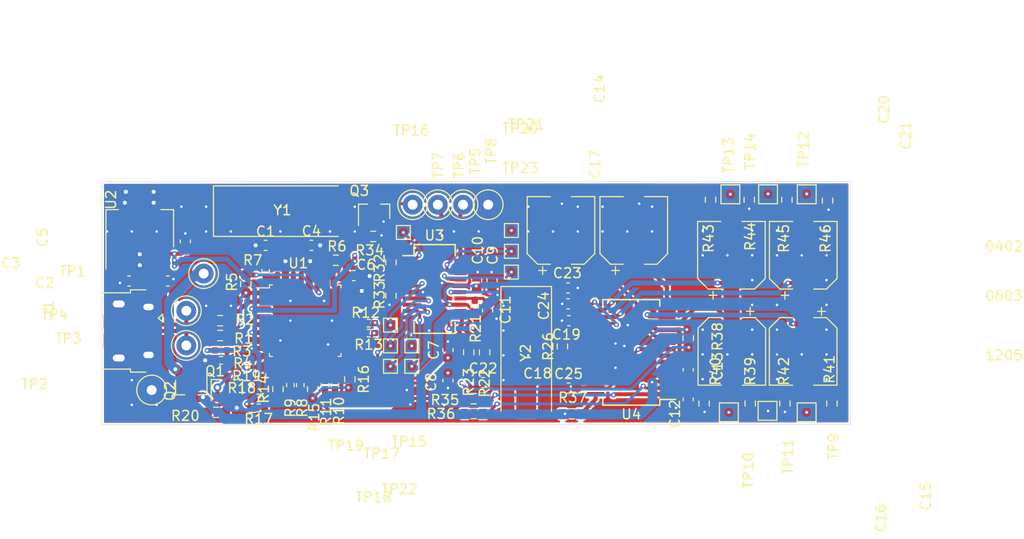
<source format=kicad_pcb>
(kicad_pcb (version 20211014) (generator pcbnew)
  (layers (0 "F.Cu" signal) (31 "B.Cu" signal) (34 "B.Paste" user) (35 "F.Paste" user) (36 "B.SilkS" user "B.Silkscreen") (37 "F.SilkS" user "F.Silkscreen") (38 "B.Mask" user) (39 "F.Mask" user) (44 "Edge.Cuts" user))
  (net 0 "")
  (net 1 "GND")
  (net 2 "Net-(C1-Pad1)")
  (net 3 "+5P")
  (net 4 "Net-(C4-Pad1)")
  (net 5 "+3V3")
  (net 6 "DP2")
  (net 7 "DM2")
  (net 8 "+5V")
  (net 9 "+3.3VP")
  (net 10 "Net-(C11-Pad1)")
  (net 11 "Net-(C14-Pad1)")
  (net 12 "Net-(C15-Pad2)")
  (net 13 "Net-(C15-Pad1)")
  (net 14 "Net-(C16-Pad2)")
  (net 15 "Net-(C16-Pad1)")
  (net 16 "Net-(C17-Pad1)")
  (net 17 "Net-(C18-Pad2)")
  (net 18 "Net-(C19-Pad2)")
  (net 19 "Net-(C20-Pad2)")
  (net 20 "Net-(C20-Pad1)")
  (net 21 "Net-(C21-Pad2)")
  (net 22 "Net-(C21-Pad1)")
  (net 23 "Net-(C22-Pad2)")
  (net 24 "Net-(C24-Pad2)")
  (net 25 "Net-(R1-Pad1)")
  (net 26 "Net-(R2-Pad1)")
  (net 27 "Net-(R3-Pad1)")
  (net 28 "Net-(R5-Pad1)")
  (net 29 "Net-(R6-Pad2)")
  (net 30 "Net-(R7-Pad2)")
  (net 32 "Net-(R8-Pad2)")
  (net 33 "DP1")
  (net 34 "Net-(R9-Pad2)")
  (net 35 "DM1")
  (net 36 "Net-(R10-Pad2)")
  (net 37 "Net-(R11-Pad2)")
  (net 38 "DP3")
  (net 39 "Net-(R12-Pad1)")
  (net 40 "Net-(R13-Pad2)")
  (net 41 "DM3")
  (net 42 "Net-(R14-Pad2)")
  (net 43 "Net-(R14-Pad1)")
  (net 44 "Net-(R15-Pad2)")
  (net 45 "Net-(R16-Pad2)")
  (net 46 "Net-(Q1-Pad1)")
  (net 47 "Net-(R22-Pad1)")
  (net 48 "Net-(R23-Pad1)")
  (net 50 "Net-(R32-Pad2)")
  (net 51 "/FTDI/RXD")
  (net 52 "/FTDI/RTS")
  (net 53 "Net-(R35-Pad1)")
  (net 54 "Net-(R36-Pad1)")
  (net 55 "Net-(R37-Pad1)")
  (net 56 "/soundcard2/VDD_I")
  (net 57 "/FTDI/TXD")
  (net 58 "/FTDI/PTT")
  (net 66 "Net-(J1-Pad3)")
  (net 67 "Net-(J1-Pad2)")
  (net 68 "Net-(Q1-Pad3)")
  (net 69 "/FTDI/CTS")
  (net 70 "/FTDI/DTR")
  (net 71 "/FTDI/DSR")
  (net 72 "/FTDI/DCD")
  (net 73 "/FTDI/RI")
  (net 74 "/FTDI/CBUS0")
  (net 75 "/FTDI/CBUS1")
  (net 76 "/FTDI/CBUS2")
  (net 77 "/FTDI/CBUS3")
  (net 78 "/soundcard2/I_L")
  (net 79 "/soundcard2/I_R")
  (net 80 "/soundcard2/O_R")
  (net 81 "/soundcard2/O_L")
  (net 82 "Net-(C23-Pad2)")
  (net 83 "unconnected-(TP14-Pad1)")
  (footprint "Capacitor_SMD:C_0603_1608Metric" (layer "F.Cu") (at 28.625 80)
    (fp_text reference "C3")
    (fp_text value "C")
  )
  (footprint "Capacitor_SMD:C_0603_1608Metric" (layer "F.Cu") (at 47.4 79.45)
    (fp_text reference "C6")
    (fp_text value "C")
  )
  (footprint "Capacitor_SMD:C_0603_1608Metric" (layer "F.Cu") (at 56.9 86.975 90)
    (fp_text reference "C7")
    (fp_text value "47p")
  )
  (footprint "Capacitor_SMD:C_0603_1608Metric" (layer "F.Cu") (at 56.9 90.05 -90)
    (fp_text reference "C8")
    (fp_text value "47p")
  )
  (footprint "Capacitor_SMD:C_0603_1608Metric" (layer "F.Cu") (at 61.35 79.925 90)
    (fp_text reference "C9")
    (fp_text value "100n")
  )
  (footprint "Capacitor_SMD:C_0603_1608Metric" (layer "F.Cu") (at 59.8 79.925 90)
    (fp_text reference "C10")
    (fp_text value "100n")
  )
  (footprint "Capacitor_SMD:C_0603_1608Metric" (layer "F.Cu") (at 60.9 82.975 -90)
    (fp_text reference "C11")
    (fp_text value "100n")
  )
  (footprint "Capacitor_SMD:C_0603_1608Metric" (layer "F.Cu") (at 81.144286 91.95 -90)
    (fp_text reference "C12")
    (fp_text value "1u")
  )
  (footprint "Capacitor_SMD:C_0603_1608Metric" (layer "F.Cu") (at 81.144286 88.95 90)
    (fp_text reference "C13")
    (fp_text value "100n")
  )
  (footprint "Capacitor_SMD:CP_Elec_6.3x5.9" (layer "F.Cu") (at 68.3 74.894287 90)
    (fp_text reference "C14")
    (fp_text value "10u")
  )
  (footprint "Capacitor_SMD:CP_Elec_6.3x5.9" (layer "F.Cu") (at 85.544286 87.1 -90)
    (fp_text reference "C15")
    (fp_text value "10u")
  )
  (footprint "Capacitor_SMD:CP_Elec_6.3x5.9" (layer "F.Cu") (at 92.744286 87.1 -90)
    (fp_text reference "C16")
    (fp_text value "10u")
  )
  (footprint "Capacitor_SMD:CP_Elec_6.3x5.9" (layer "F.Cu") (at 75.65 74.894287 90)
    (fp_text reference "C17")
    (fp_text value "10u")
  )
  (footprint "Capacitor_SMD:C_0603_1608Metric" (layer "F.Cu") (at 69.075 89.25)
    (fp_text reference "C18")
    (fp_text value "C")
  )
  (footprint "Capacitor_SMD:C_0603_1608Metric" (layer "F.Cu") (at 69.1 84)
    (fp_text reference "C19")
    (fp_text value "C")
  )
  (footprint "Capacitor_SMD:CP_Elec_6.3x5.9" (layer "F.Cu") (at 92.75 77.4 90)
    (fp_text reference "C20")
    (fp_text value "10u")
  )
  (footprint "Capacitor_SMD:CP_Elec_6.3x5.9" (layer "F.Cu") (at 85.5 77.4 90)
    (fp_text reference "C21")
    (fp_text value "10u")
  )
  (footprint "Capacitor_SMD:C_0603_1608Metric" (layer "F.Cu") (at 60.45 90.25)
    (fp_text reference "C22")
    (fp_text value "C")
  )
  (footprint "Capacitor_SMD:C_0603_1608Metric" (layer "F.Cu") (at 69.025 80.7 180)
    (fp_text reference "C23")
    (fp_text value "C")
  )
  (footprint "Capacitor_SMD:C_0603_1608Metric" (layer "F.Cu") (at 69.025 82.3)
    (fp_text reference "C24")
    (fp_text value "C")
  )
  (footprint "Resistor_SMD:R_0603_1608Metric_Pad0.98x0.95mm_HandSolder" (layer "F.Cu") (at 33.9125 85.5 180)
    (fp_text reference "R1")
    (fp_text value "22E")
  )
  (footprint "Resistor_SMD:R_0603_1608Metric_Pad0.98x0.95mm_HandSolder" (layer "F.Cu") (at 33.9125 84 180)
    (fp_text reference "R2")
    (fp_text value "22E")
  )
  (footprint "Resistor_SMD:R_0402_1005Metric_Pad0.72x0.64mm_HandSolder" (layer "F.Cu") (at 34 87 180)
    (fp_text reference "R3")
    (fp_text value "0E")
  )
  (footprint "Resistor_SMD:R_0402_1005Metric_Pad0.72x0.64mm_HandSolder" (layer "F.Cu") (at 34 88 180)
    (fp_text reference "R4")
    (fp_text value "np")
  )
  (footprint "Resistor_SMD:R_0603_1608Metric_Pad0.98x0.95mm_HandSolder" (layer "F.Cu") (at 36.5 80.3 -90)
    (fp_text reference "R5")
    (fp_text value "1k5")
  )
  (footprint "Resistor_SMD:R_0603_1608Metric_Pad0.98x0.95mm_HandSolder" (layer "F.Cu") (at 45.5875 77.9 180)
    (fp_text reference "R6")
    (fp_text value "22E")
  )
  (footprint "Resistor_SMD:R_0402_1005Metric_Pad0.72x0.64mm_HandSolder" (layer "F.Cu") (at 38.5 79 -90)
    (fp_text reference "R7")
    (fp_text value "0E")
  )
  (footprint "Resistor_SMD:R_0402_1005Metric_Pad0.72x0.64mm_HandSolder" (layer "F.Cu") (at 42 90.5 90)
    (fp_text reference "R8")
    (fp_text value "0E")
  )
  (footprint "Resistor_SMD:R_0402_1005Metric_Pad0.72x0.64mm_HandSolder" (layer "F.Cu") (at 41 90.5 90)
    (fp_text reference "R9")
    (fp_text value "0E")
  )
  (footprint "Resistor_SMD:R_0402_1005Metric_Pad0.72x0.64mm_HandSolder" (layer "F.Cu") (at 45.5 90.5 90)
    (fp_text reference "R10")
    (fp_text value "0E")
  )
  (footprint "Resistor_SMD:R_0402_1005Metric_Pad0.72x0.64mm_HandSolder" (layer "F.Cu") (at 44.5 90.5 90)
    (fp_text reference "R11")
    (fp_text value "0E")
  )
  (footprint "Resistor_SMD:R_0402_1005Metric_Pad0.72x0.64mm_HandSolder" (layer "F.Cu") (at 48.9025 84.25)
    (fp_text reference "R12")
    (fp_text value "0E")
  )
  (footprint "Resistor_SMD:R_0402_1005Metric_Pad0.72x0.64mm_HandSolder" (layer "F.Cu") (at 48.9025 85.25 180)
    (fp_text reference "R13")
    (fp_text value "0E")
  )
  (footprint "Resistor_SMD:R_0603_1608Metric_Pad0.98x0.95mm_HandSolder" (layer "F.Cu") (at 39.75 90.9125 90)
    (fp_text reference "R14")
    (fp_text value "0E")
  )
  (footprint "Resistor_SMD:R_0603_1608Metric_Pad0.98x0.95mm_HandSolder" (layer "F.Cu") (at 43.25 90.9125 90)
    (fp_text reference "R15")
    (fp_text value "0E")
  )
  (footprint "Resistor_SMD:R_0603_1608Metric_Pad0.98x0.95mm_HandSolder" (layer "F.Cu") (at 47 89.9125 90)
    (fp_text reference "R16")
    (fp_text value "0E")
  )
  (footprint "Resistor_SMD:R_0402_1005Metric_Pad0.72x0.64mm_HandSolder" (layer "F.Cu") (at 37.8025 92.8)
    (fp_text reference "R17")
    (fp_text value "0E")
  )
  (footprint "Resistor_SMD:R_0402_1005Metric_Pad0.72x0.64mm_HandSolder" (layer "F.Cu") (at 37.8025 91.8)
    (fp_text reference "R18")
    (fp_text value "n.p.")
  )
  (footprint "Resistor_SMD:R_0603_1608Metric_Pad0.98x0.95mm_HandSolder" (layer "F.Cu") (at 38 89.5875 90)
    (fp_text reference "R19")
    (fp_text value "R")
  )
  (footprint "Resistor_SMD:R_0603_1608Metric_Pad0.98x0.95mm_HandSolder" (layer "F.Cu") (at 33.5 93.25 180)
    (fp_text reference "R20")
    (fp_text value "R")
  )
  (footprint "Resistor_SMD:R_0402_1005Metric_Pad0.72x0.64mm_HandSolder" (layer "F.Cu") (at 59.6 82.55 -90)
    (fp_text reference "R21")
    (fp_text value "0E")
  )
  (footprint "Resistor_SMD:R_0603_1608Metric_Pad0.98x0.95mm_HandSolder" (layer "F.Cu") (at 60.6 87.1875 -90)
    (fp_text reference "R22")
    (fp_text value "22E")
  )
  (footprint "Resistor_SMD:R_0603_1608Metric_Pad0.98x0.95mm_HandSolder" (layer "F.Cu") (at 59 87.1875 -90)
    (fp_text reference "R23")
    (fp_text value "22E")
  )
  (footprint "Resistor_SMD:R_0603_1608Metric_Pad0.98x0.95mm_HandSolder" (layer "F.Cu") (at 51.15 78.1125 -90)
    (fp_text reference "R32")
    (fp_text value "5.6k")
  )
  (footprint "Resistor_SMD:R_0603_1608Metric_Pad0.98x0.95mm_HandSolder" (layer "F.Cu") (at 51.15 81.4875 -90)
    (fp_text reference "R33")
    (fp_text value "10k")
  )
  (footprint "Resistor_SMD:R_0603_1608Metric_Pad0.98x0.95mm_HandSolder" (layer "F.Cu") (at 49.3625 75.5)
    (fp_text reference "R34")
    (fp_text value "100k")
  )
  (footprint "Resistor_SMD:R_0603_1608Metric_Pad0.98x0.95mm_HandSolder" (layer "F.Cu") (at 59.5 91.875 180)
    (fp_text reference "R35")
    (fp_text value "22E")
  )
  (footprint "Resistor_SMD:R_0603_1608Metric_Pad0.98x0.95mm_HandSolder" (layer "F.Cu") (at 59.5 93.375 180)
    (fp_text reference "R36")
    (fp_text value "22E")
  )
  (footprint "Resistor_SMD:R_0603_1608Metric_Pad0.98x0.95mm_HandSolder" (layer "F.Cu") (at 69.3875 93.4 180)
    (fp_text reference "R37")
    (fp_text value "1k5")
  )
  (footprint "Resistor_SMD:R_0603_1608Metric_Pad0.98x0.95mm_HandSolder" (layer "F.Cu") (at 81.144286 85.7625 90)
    (fp_text reference "R38")
    (fp_text value "1k5")
  )
  (footprint "TestPoint:TestPoint_Loop_D1.80mm_Drill1.0mm_Beaded" (layer "F.Cu") (at 32.25 79.25)
    (fp_text reference "TP1")
    (fp_text value "TestPoint")
  )
  (footprint "TestPoint:TestPoint_Loop_D1.80mm_Drill1.0mm_Beaded" (layer "F.Cu") (at 27 91)
    (fp_text reference "TP2")
    (fp_text value "TestPoint")
  )
  (footprint "TestPoint:TestPoint_Loop_D1.80mm_Drill1.0mm_Beaded" (layer "F.Cu") (at 30.5 86.5)
    (fp_text reference "TP3")
    (fp_text value "TestPoint")
  )
  (footprint "TestPoint:TestPoint_Loop_D1.80mm_Drill1.0mm_Beaded" (layer "F.Cu") (at 30.5 83)
    (fp_text reference "TP4")
    (fp_text value "TestPoint")
  )
  (footprint "TestPoint:TestPoint_Loop_D1.80mm_Drill1.0mm_Beaded" (layer "F.Cu") (at 58.42 72.3 90)
    (fp_text reference "TP5")
    (fp_text value "TestPoint")
  )
  (footprint "TestPoint:TestPoint_Loop_D1.80mm_Drill1.0mm_Beaded" (layer "F.Cu") (at 55.88 72.3 90)
    (fp_text reference "TP6")
    (fp_text value "TestPoint")
  )
  (footprint "TestPoint:TestPoint_Loop_D1.80mm_Drill1.0mm_Beaded" (layer "F.Cu") (at 53.34 72.3 90)
    (fp_text reference "TP7")
    (fp_text value "TestPoint")
  )
  (footprint "TestPoint:TestPoint_Loop_D1.80mm_Drill1.0mm_Beaded" (layer "F.Cu") (at 60.96 72.3 90)
    (fp_text reference "TP8")
    (fp_text value "TestPoint")
  )
  (footprint "TestPoint:TestPoint_Pad_1.5x1.5mm" (layer "F.Cu") (at 93.094286 93.25 -90)
    (fp_text reference "TP9")
    (fp_text value "TestPoint")
  )
  (footprint "TestPoint:TestPoint_Pad_1.5x1.5mm" (layer "F.Cu") (at 85.244286 93.25 -90)
    (fp_text reference "TP10")
    (fp_text value "TestPoint")
  )
  (footprint "TestPoint:TestPoint_Pad_1.5x1.5mm" (layer "F.Cu") (at 89.15 93.1 -90)
    (fp_text reference "TP11")
    (fp_text value "TestPoint")
  )
  (footprint "TestPoint:TestPoint_Pad_1.5x1.5mm" (layer "F.Cu") (at 93.1 71.25 90)
    (fp_text reference "TP12")
    (fp_text value "TestPoint")
  )
  (footprint "TestPoint:TestPoint_Pad_1.5x1.5mm" (layer "F.Cu") (at 85.4 71.25 90)
    (fp_text reference "TP13")
    (fp_text value "TestPoint")
  )
  (footprint "TestPoint:TestPoint_Pad_1.5x1.5mm" (layer "F.Cu") (at 89.2 71.25 90)
    (fp_text reference "TP14")
    (fp_text value "TestPoint")
  )
  (footprint "Package_QFP:LQFP-32_7x7mm_P0.8mm" (layer "F.Cu") (at 42.5 84)
    (fp_text reference "U1")
    (fp_text value "TUSB2036")
  )
  (footprint "Package_TO_SOT_SMD:SOT-223-3_TabPin2" (layer "F.Cu") (at 25.8 74.7 90)
    (fp_text reference "U2")
    (fp_text value "LF33")
  )
  (footprint "Package_SO:SSOP-20_3.9x8.7mm_P0.635mm" (layer "F.Cu") (at 55.55 80.8)
    (fp_text reference "U3")
    (fp_text value "FT231XS")
  )
  (footprint "Package_SO:SSOP-28_5.3x10.2mm_P0.65mm" (layer "F.Cu") (at 75.4 87.2 180)
    (fp_text reference "U4")
    (fp_text value "PCM2906(C)")
  )
  (footprint "Crystal:Crystal_SMD_HC49-SD" (layer "F.Cu") (at 39.9375 72.95)
    (fp_text reference "Y1")
    (fp_text value "6MHz")
  )
  (footprint "Crystal:Crystal_SMD_HC49-SD" (layer "F.Cu") (at 64.8 87.25 -90)
    (fp_text reference "Y2")
    (fp_text value "12MHz")
  )
  (footprint "Resistor_SMD:R_0603_1608Metric_Pad0.98x0.95mm_HandSolder" (layer "F.Cu") (at 87.4 92.3625 -90)
    (fp_text reference "R39")
    (fp_text value "0E")
  )
  (footprint "Resistor_SMD:R_0603_1608Metric_Pad0.98x0.95mm_HandSolder" (layer "F.Cu") (at 82.744286 92.3625 90)
    (fp_text reference "R40")
    (fp_text value "np")
  )
  (footprint "Resistor_SMD:R_0603_1608Metric_Pad0.98x0.95mm_HandSolder" (layer "F.Cu") (at 95.644286 92.3625 -90)
    (fp_text reference "R41")
    (fp_text value "0E")
  )
  (footprint "Resistor_SMD:R_0603_1608Metric_Pad0.98x0.95mm_HandSolder" (layer "F.Cu") (at 90.9 92.3625 90)
    (fp_text reference "R42")
    (fp_text value "np")
  )
  (footprint "Resistor_SMD:R_0603_1608Metric_Pad0.98x0.95mm_HandSolder" (layer "F.Cu") (at 83.4 71.7875 -90)
    (fp_text reference "R43")
    (fp_text value "3k3")
  )
  (footprint "Resistor_SMD:R_0603_1608Metric_Pad0.98x0.95mm_HandSolder" (layer "F.Cu") (at 87.3 71.8 90)
    (fp_text reference "R44")
    (fp_text value "470E")
  )
  (footprint "Resistor_SMD:R_0603_1608Metric_Pad0.98x0.95mm_HandSolder" (layer "F.Cu") (at 91.1 71.805713 -90)
    (fp_text reference "R45")
    (fp_text value "3k3")
  )
  (footprint "Resistor_SMD:R_0603_1608Metric_Pad0.98x0.95mm_HandSolder" (layer "F.Cu") (at 95.2 71.8875 90)
    (fp_text reference "R46")
    (fp_text value "470E")
  )
  (footprint "Package_TO_SOT_SMD:SOT-23" (layer "F.Cu") (at 34.59 90.7 90)
    (fp_text reference "Q1")
    (fp_text value "Q_NMOS_GSD_BSS138")
  )
  (footprint "Package_TO_SOT_SMD:SOT-23" (layer "F.Cu") (at 31 90.72 -90)
    (fp_text reference "Q2")
    (fp_text value "Q_PMOS_GSD_PMV74EPE")
  )
  (footprint "Package_TO_SOT_SMD:SOT-23" (layer "F.Cu") (at 49.45 73 90)
    (fp_text reference "Q3")
    (fp_text value "Q_NMOS_GSD_BSS138")
  )
  (footprint "Connector_USB:USB_Micro-B_Amphenol_10103594-0001LF_Horizontal" (layer "F.Cu") (at 24.8 85.065 -90)
    (fp_text reference "J1")
    (fp_text value "USB_B_Micro")
  )
  (footprint "Capacitor_SMD:C_0603_1608Metric" (layer "F.Cu") (at 24.725 80 180)
    (fp_text reference "C2")
    (fp_text value "C")
  )
  (footprint "Capacitor_SMD:C_0603_1608Metric" (layer "F.Cu") (at 30.4 76 90)
    (fp_text reference "C5")
    (fp_text value "C")
  )
  (footprint "Capacitor_SMD:C_0603_1608Metric" (layer "F.Cu") (at 43.125 76.4)
    (fp_text reference "C4")
    (fp_text value "C")
  )
  (footprint "Capacitor_SMD:C_0603_1608Metric" (layer "F.Cu") (at 38.5 76.4 180)
    (fp_text reference "C1")
    (fp_text value "C")
  )
  (footprint "TestPoint:TestPoint_Pad_1.0x1.0mm" (layer "F.Cu") (at 51.1 86.55)
    (fp_text reference "TP17")
    (fp_text value "TestPoint")
  )
  (footprint "TestPoint:TestPoint_Pad_1.0x1.0mm" (layer "F.Cu") (at 63.3 77)
    (fp_text reference "TP20")
    (fp_text value "TestPoint")
  )
  (footprint "TestPoint:TestPoint_Pad_1.0x1.0mm" (layer "F.Cu") (at 53.25 88.6)
    (fp_text reference "TP15")
    (fp_text value "TestPoint")
  )
  (footprint "TestPoint:TestPoint_Pad_1.0x1.0mm" (layer "F.Cu") (at 63.3 74.9)
    (fp_text reference "TP23")
    (fp_text value "TestPoint")
  )
  (footprint "Resistor_SMD:R_0603_1608Metric_Pad0.98x0.95mm_HandSolder" (layer "F.Cu") (at 68.45 86.6 90)
    (fp_text reference "R26")
    (fp_text value "1M")
  )
  (footprint "TestPoint:TestPoint_Pad_1.0x1.0mm" (layer "F.Cu") (at 52.4 75.1)
    (fp_text reference "TP16")
    (fp_text value "TestPoint")
  )
  (footprint "TestPoint:TestPoint_Pad_1.0x1.0mm" (layer "F.Cu") (at 51.1 88.6)
    (fp_text reference "TP18")
    (fp_text value "TestPoint")
  )
  (footprint "Capacitor_SMD:C_0603_1608Metric" (layer "F.Cu") (at 69.075 90.8)
    (fp_text reference "C25")
    (fp_text value "C")
  )
  (footprint "TestPoint:TestPoint_Pad_1.0x1.0mm" (layer "F.Cu") (at 63.3 79.1)
    (fp_text reference "TP21")
    (fp_text value "TestPoint")
  )
  (footprint "TestPoint:TestPoint_Pad_1.0x1.0mm" (layer "F.Cu") (at 51.1 84.45)
    (fp_text reference "TP19")
    (fp_text value "TestPoint")
  )
  (footprint "TestPoint:TestPoint_Pad_1.0x1.0mm" (layer "F.Cu") (at 53.25 86.55)
    (fp_text reference "TP22")
    (fp_text value "TestPoint")
  )
  (gr_line (start 97.5 69.95) (end 22 70) (layer "Edge.Cuts") (width 0.05))
  (gr_line (start 22 70) (end 22 94.5) (layer "Edge.Cuts") (width 0.05))
  (gr_line (start 97.5 94.45) (end 97.5 69.95) (layer "Edge.Cuts") (width 0.05))
  (gr_line (start 22 94.5) (end 97.5 94.45) (layer "Edge.Cuts") (width 0.05))
  (gr_text "0603" (at 113 81.5) (layer "F.SilkS") (effects (font (size 1 1))))
  (gr_text "1205" (at 113 87.5) (layer "F.SilkS") (effects (font (size 1 1))))
  (gr_text "0402" (at 113 76.5) (layer "F.SilkS") (effects (font (size 1 1))))
  (segment (start 42.9 79.825) (end 42.9 78.1) (width 0.2) (layer "F.Cu") (net 1))
  (segment (start 38.325 86) (end 40 86) (width 0.4) (layer "F.Cu") (net 1))
  (segment (start 71.625 87.5) (end 72.925 87.5) (width 0.3) (layer "F.Cu") (net 1))
  (segment (start 40.5 79.825) (end 40.5 81.3) (width 0.3) (layer "F.Cu") (net 1))
  (segment (start 56.845 80.4825) (end 58.15 80.4825) (width 0.3) (layer "F.Cu") (net 1))
  (segment (start 71.625 84.96) (end 72.785 84.96) (width 0.3) (layer "F.Cu") (net 1))
  (segment (start 73.15 89.4) (end 73.8 88.75) (width 0.4) (layer "F.Cu") (net 1))
  (segment (start 32.4 88) (end 33.4025 88) (width 0.4) (layer "F.Cu") (net 1))
  (segment (start 56.3 80.2) (end 56.845 80.4825) (width 0.3) (layer "F.Cu") (net 1))
  (segment (start 73.15 89.515) (end 73.15 89.4) (width 0.4) (layer "F.Cu") (net 1))
  (segment (start 40.5 79.825) (end 40.5 77.9) (width 0.3) (layer "F.Cu") (net 1))
  (segment (start 52.95 81.1175) (end 54.38 81.1175) (width 0.3) (layer "F.Cu") (net 1))
  (segment (start 42.9 79.825) (end 42.9 81.4) (width 0.2) (layer "F.Cu") (net 1))
  (segment (start 42.9 78.1) (end 43 78) (width 0.2) (layer "F.Cu") (net 1))
  (via (at 37.5 76.4) (size 0.8) (drill 0.4) (layers "F.Cu" "B.Cu") (net 1))
  (via (at 44 76.4) (size 0.8) (drill 0.4) (layers "F.Cu" "B.Cu") (net 1))
  (via (at 49 79.5) (size 0.8) (drill 0.4) (layers "F.Cu" "B.Cu") (net 1))
  (via (at 48.2 81) (size 0.8) (drill 0.4) (layers "F.Cu" "B.Cu") (net 1))
  (via (at 43 78) (size 0.8) (drill 0.4) (layers "F.Cu" "B.Cu") (net 1))
  (via (at 37 90.5) (size 0.8) (drill 0.4) (layers "F.Cu" "B.Cu") (net 1))
  (via (at 35.6 92.8) (size 0.8) (drill 0.4) (layers "F.Cu" "B.Cu") (net 1))
  (via (at 32.4 88) (size 0.8) (drill 0.4) (layers "F.Cu" "B.Cu") (net 1))
  (via (at 57.5 75) (size 0.5) (drill 0.25) (layers "F.Cu" "B.Cu") (net 1))
  (via (at 41 82) (size 0.5) (drill 0.25) (layers "F.Cu" "B.Cu") (net 1))
  (via (at 62.5 90) (size 0.5) (drill 0.25) (layers "F.Cu" "B.Cu") (net 1))
  (via (at 73.8 86.3) (size 0.5) (drill 0.25) (layers "F.Cu" "B.Cu") (net 1))
  (via (at 25 92.5) (size 0.5) (drill 0.25) (layers "F.Cu" "B.Cu") (net 1))
  (via (at 51 82.4) (size 0.5) (drill 0.25) (layers "F.Cu" "B.Cu") (net 1))
  (via (at 70 80.7) (size 0.5) (drill 0.25) (layers "F.Cu" "B.Cu") (net 1))
  (via (at 87.6 74.905713) (size 0.5) (drill 0.25) (layers "F.Cu" "B.Cu") (net 1))
  (via (at 52.75 91) (size 0.5) (drill 0.25) (layers "F.Cu" "B.Cu") (net 1))
  (via (at 47.5 75) (size 0.5) (drill 0.25) (layers "F.Cu" "B.Cu") (net 1))
  (via (at 56.9 86.1) (size 0.5) (drill 0.25) (layers "F.Cu" "B.Cu") (net 1))
  (via (at 90.9 93.205713) (size 0.5) (drill 0.25) (layers "F.Cu" "B.Cu") (net 1))
  (via (at 30 72.5) (size 0.5) (drill 0.25) (layers "F.Cu" "B.Cu") (net 1))
  (via (at 50.2 75.4) (size 0.5) (drill 0.25) (layers "F.Cu" "B.Cu") (net 1))
  (via (at 90.1 77.405713) (size 0.5) (drill 0.25) (layers "F.Cu" "B.Cu") (net 1))
  (via (at 87.3 72.705713) (size 0.5) (drill 0.25) (layers "F.Cu" "B.Cu") (net 1))
  (via (at 67.5 75) (size 0.5) (drill 0.25) (layers "F.Cu" "B.Cu") (net 1))
  (via (at 25 75) (size 0.5) (drill 0.25) (layers "F.Cu" "B.Cu") (net 1))
  (via (at 55 87.5) (size 0.5) (drill 0.25) (layers "F.Cu" "B.Cu") (net 1))
  (via (at 45.2 84) (size 0.5) (drill 0.25) (layers "F.Cu" "B.Cu") (net 1))
  (via (at 89.2 93.105713) (size 0.5) (drill 0.25) (layers "F.Cu" "B.Cu") (net 1))
  (via (at 68.4 72.2) (size 0.5) (drill 0.25) (layers "F.Cu" "B.Cu") (net 1))
  (via (at 87.6 84.905713) (size 0.5) (drill 0.25) (layers "F.Cu" "B.Cu") (net 1))
  (via (at 23.8 80.2) (size 0.5) (drill 0.25) (layers "F.Cu" "B.Cu") (net 1))
  (via (at 35 82.5) (size 0.5) (drill 0.25) (layers "F.Cu" "B.Cu") (net 1))
  (via (at 87.6 77.405713) (size 0.5) (drill 0.25) (layers "F.Cu" "B.Cu") (net 1))
  (via (at 61.8 83.8) (size 0.5) (drill 0.25) (layers "F.Cu" "B.Cu") (net 1))
  (via (at 40.5 78) (size 0.8) (drill 0.4) (layers "F.Cu" "B.Cu") (net 1))
  (via (at 27.5 75) (size 0.5) (drill 0.25) (layers "F.Cu" "B.Cu") (net 1))
  (via (at 85.1 77.405713) (size 0.5) (drill 0.25) (layers "F.Cu" "B.Cu") (net 1))
  (via (at 61.3 79.1) (size 0.5) (drill 0.25) (layers "F.Cu" "B.Cu") (net 1))
  (via (at 82.6 84.905713) (size 0.5) (drill 0.25) (layers "F.Cu" "B.Cu") (net 1))
  (via (at 44.8 86.4) (size 0.5) (drill 0.25) (layers "F.Cu" "B.Cu") (net 1))
  (via (at 47.5 72.5) (size 0.5) (drill 0.25) (layers "F.Cu" "B.Cu") (net 1))
  (via (at 35 75) (size 0.5) (drill 0.25) (layers "F.Cu" "B.Cu") (net 1))
  (via (at 95.1 74.905713) (size 0.5) (drill 0.25) (layers "F.Cu" "B.Cu") (net 1))
  (via (at 22.5 75) (size 0.5) (drill 0.25) (layers "F.Cu" "B.Cu") (net 1))
  (via (at 53.1 92.45) (size 0.5) (drill 0.25) (layers "F.Cu" "B.Cu") (net 1))
  (via (at 82.6 74.905713) (size 0.5) (drill 0.25) (layers "F.Cu" "B.Cu") (net 1))
  (via (at 75.05 84.45) (size 0.5) (drill 0.25) (layers "F.Cu" "B.Cu") (net 1))
  (via (at 95.1 84.905713) (size 0.5) (drill 0.25) (layers "F.Cu" "B.Cu") (net 1))
  (via (at 90.1 84.905713) (size 0.5) (drill 0.25) (layers "F.Cu" "B.Cu") (net 1))
  (via (at 55.15 90.9) (size 0.5) (drill 0.25) (layers "F.Cu" "B.Cu") (net 1))
  (via (at 90.1 89.905713) (size 0.5) (drill 0.25) (layers "F.Cu" "B.Cu") (net 1))
  (via (at 85.1 87.405713) (size 0.5) (drill 0.25) (layers "F.Cu" "B.Cu") (net 1))
  (via (at 27.5 92.5) (size 0.5) (drill 0.25) (layers "F.Cu" "B.Cu") (net 1))
  (via (at 27.2 71) (size 0.8) (drill 0.4) (layers "F.Cu" "B.Cu") (net 1))
  (via (at 56.3 75.45) (size 0.5) (drill 0.25) (layers "F.Cu" "B.Cu") (net 1))
  (via (at 95.3 72.805713) (size 0.5) (drill 0.25) (layers "F.Cu" "B.Cu") (net 1))
  (via (at 95.1 89.905713) (size 0.5) (drill 0.25) (layers "F.Cu" "B.Cu") (net 1))
  (via (at 56.3 80.2) (size 0.5) (drill 0.25) (layers "F.Cu" "B.Cu") (net 1))
  (via (at 74.7 86.55) (size 0.5) (drill 0.25) (layers "F.Cu" "B.Cu") (net 1))
  (via (at 50.4 74) (size 0.5) (drill 0.25) (layers "F.Cu" "B.Cu") (net 1))
  (via (at 56.9 90.8) (size 0.5) (drill 0.25) (layers "F.Cu" "B.Cu") (net 1))
  (via (at 32.5 72.5) (size 0.5) (drill 0.25) (layers "F.Cu" "B.Cu") (net 1))
  (via (at 62.5 82.5) (size 0.5) (drill 0.25) (layers "F.Cu" "B.Cu") (net 1))
  (via (at 70 72.5) (size 0.5) (drill 0.25) (layers "F.Cu" "B.Cu") (net 1))
  (via (at 40 75) (size 0.5) (drill 0.25) (layers "F.Cu" "B.Cu") (net 1))
  (via (at 87.6 89.905713) (size 0.5) (drill 0.25) (layers "F.Cu" "B.Cu") (net 1))
  (via (at 75 75) (size 0.5) (drill 0.25) (layers "F.Cu" "B.Cu") (net 1))
  (via (at 92.6 87.405713) (size 0.5) (drill 0.25) (layers "F.Cu" "B.Cu") (net 1))
  (via (at 87.6 79.905713) (size 0.5) (drill 0.25) (layers "F.Cu" "B.Cu") (net 1))
  (via (at 95.1 79.905713) (size 0.5) (drill 0.25) (layers "F.Cu" "B.Cu") (net 1))
  (via (at 29.2 79.8) (size 0.5) (drill 0.25) (layers "F.Cu" "B.Cu") (net 1))
  (via (at 95.1 82.405713) (size 0.5) (drill 0.25) (layers "F.Cu" "B.Cu") (net 1))
  (via (at 59.35 90.3) (size 0.5) (drill 0.25) (layers "F.Cu" "B.Cu") (net 1))
  (via (at 35 80) (size 0.5) (drill 0.25) (layers "F.Cu" "B.Cu") (net 1))
  (via (at 24.4 71) (size 0.8) (drill 0.4) (layers "F.Cu" "B.Cu") (net 1))
  (via (at 25 90) (size 0.5) (drill 0.25) (layers "F.Cu" "B.Cu") (net 1))
  (via (at 27.2 72.1) (size 0.8) (drill 0.4) (layers "F.Cu" "B.Cu") (net 1))
  (via (at 90.1 82.405713) (size 0.5) (drill 0.25) (layers "F.Cu" "B.Cu") (net 1))
  (via (at 44.4 82) (size 0.5) (drill 0.25) (layers "F.Cu" "B.Cu") (net 1))
  (via (at 30.4 75.2) (size 0.5) (drill 0.25) (layers "F.Cu" "B.Cu") (net 1))
  (via (at 82.8 93.205713) (size 0.5) (drill 0.25) (layers "F.Cu" "B.Cu") (net 1))
  (via (at 92.6 77.405713) (size 0.5) (drill 0.25) (layers "F.Cu" "B.Cu") (net 1))
  (via (at 45 75) (size 0.5) (drill 0.25) (layers "F.Cu" "B.Cu") (net 1))
  (via (at 82.6 77.405713) (size 0.5) (drill 0.25) (layers "F.Cu" "B.Cu") (net 1))
  (via (at 73.8 88.75) (size 0.5) (drill 0.25) (layers "F.Cu" "B.Cu") (net 1))
  (via (at 62.5 87.5) (size 0.5) (drill 0.25) (layers "F.Cu" "B.Cu") (net 1))
  (via (at 76.2 72.2) (size 0.5) (drill 0.25) (layers "F.Cu" "B.Cu") (net 1))
  (via (at 82.6 89.905713) (size 0.5) (drill 0.25) (layers "F.Cu" "B.Cu") (net 1))
  (via (at 68.4 84) (size 0.5) (drill 0.25) (layers "F.Cu" "B.Cu") (net 1))
  (via (at 70 75) (size 0.5) (drill 0.25) (layers "F.Cu" "B.Cu") (net 1))
  (via (at 72.5 75) (size 0.5) (drill 0.25) (layers "F.Cu" "B.Cu") (net 1))
  (via (at 95.1 87.405713) (size 0.5) (drill 0.25) (layers "F.Cu" "B.Cu") (net 1))
  (via (at 40 86) (size 0.5) (drill 0.25) (layers "F.Cu" "B.Cu") (net 1))
  (via (at 68.425 82.3) (size 0.5) (drill 0.25) (layers "F.Cu" "B.Cu") (net 1))
  (via (at 32.5 75) (size 0.5) (drill 0.25) (layers "F.Cu" "B.Cu") (net 1))
  (via (at 54.38 81.1175) (size 0.5) (drill 0.25) (layers "F.Cu" "B.Cu") (net 1))
  (via (at 65 75) (size 0.5) (drill 0.25) (layers "F.Cu" "B.Cu") (net 1))
  (via (at 77.5 72.5) (size 0.5) (drill 0.25) (layers "F.Cu" "B.Cu") (net 1))
  (via (at 32.5 82.5) (size 0.5) (drill 0.25) (layers "F.Cu" "B.Cu") (net 1))
  (via (at 25.8 78.4) (size 0.8) (drill 0.4) (layers "F.Cu" "B.Cu") (net 1))
  (via (at 87.6 82.405713) (size 0.5) (drill 0.25) (layers "F.Cu" "B.Cu") (net 1))
  (via (at 24.3 72.1) (size 0.8) (drill 0.4) (layers "F.Cu" "B.Cu") (net 1))
  (via (at 25.8 77.3) (size 0.8) (drill 0.4) (layers "F.Cu" "B.Cu") (net 1))
  (via (at 60 75) (size 0.5) (drill 0.25) (layers "F.Cu" "B.Cu") (net 1))
  (via (at 65 72.5) (size 0.5) (drill 0.25) (layers "F.Cu" "B.Cu") (net 1))
  (via (at 87.6 87.405713) (size 0.5) (drill 0.25) (layers "F.Cu" "B.Cu") (net 1))
  (via (at 59.9 79.1) (size 0.5) (drill 0.25) (layers "F.Cu" "B.Cu") (net 1))
  (via (at 77.5 75) (size 0.5) (drill 0.25) (layers "F.Cu" "B.Cu") (net 1))
  (via (at 41 84) (size 0.5) (drill 0.25) (layers "F.Cu" "B.Cu") (net 1))
  (via (at 48.1 83) (size 0.8) (drill 0.4) (layers "F.Cu" "B.Cu") (net 1))
  (via (at 40 72.5) (size 0.5) (drill 0.25) (layers "F.Cu" "B.Cu") (net 1))
  (via (at 79.9 92.8) (size 0.5) (drill 0.25) (layers "F.Cu" "B.Cu") (net 1))
  (via (at 90.1 87.405713) (size 0.5) (drill 0.25) (layers "F.Cu" "B.Cu") (net 1))
  (via (at 95.1 77.405713) (size 0.5) (drill 0.25) (layers "F.Cu" "B.Cu") (net 1))
  (via (at 62.5 85) (size 0.5) (drill 0.25) (layers "F.Cu" "B.Cu") (net 1))
  (via (at 90.1 74.905713) (size 0.5) (drill 0.25) (layers "F.Cu" "B.Cu") (net 1))
  (via (at 56.5 92.5) (size 0.5) (drill 0.25) (layers "F.Cu" "B.Cu") (net 1))
  (via (at 55 85) (size 0.5) (drill 0.25) (layers "F.Cu" "B.Cu") (net 1))
  (via (at 82.6 87.405713) (size 0.5) (drill 0.25) (layers "F.Cu" "B.Cu") (net 1))
  (via (at 72.5 72.5) (size 0.5) (drill 0.25) (layers "F.Cu" "B.Cu") (net 1))
  (via (at 65 87.5) (size 0.5) (drill 0.25) (layers "F.Cu" "B.Cu") (net 1))
  (segment (start 41.3 77.74003) (end 39.829985 76.270015) (width 0.3) (layer "F.Cu") (net 2))
  (segment (start 36.55997 73) (end 35.6875 73) (width 0.3) (layer "F.Cu") (net 2))
  (segment (start 41.3 79.825) (end 41.3 77.74003) (width 0.3) (layer "F.Cu") (net 2))
  (segment (start 39.80997 76.25) (end 39.829985 76.270015) (width 0.3) (layer "F.Cu") (net 2))
  (segment (start 39.275 76.4) (end 40 76.35) (width 0.3) (layer "F.Cu") (net 2))
  (segment (start 39.829985 76.270015) (end 36.55997 73) (width 0.3) (layer "F.Cu") (net 2))
  (segment (start 28.3 82.6) (end 28.3 80.45) (width 0.5) (layer "F.Cu") (net 3))
  (segment (start 28.3 80.45) (end 27.85 80) (width 0.5) (layer "F.Cu") (net 3))
  (segment (start 27.85 80) (end 25.5 80) (width 0.5) (layer "F.Cu") (net 3))
  (segment (start 23.5 77.85) (end 23.5 78) (width 0.5) (layer "F.Cu") (net 3))
  (segment (start 30.815489 93.25) (end 30.084511 92.519022) (width 0.5) (layer "F.Cu") (net 3))
  (segment (start 23.5 78) (end 25.5 80) (width 0.5) (layer "F.Cu") (net 3))
  (segment (start 27.76 83.74) (end 28.3 83.2) (width 0.5) (layer "F.Cu") (net 3))
  (segment (start 28.3 83.2) (end 28.3 82.6) (width 0.5) (layer "F.Cu") (net 3))
  (segment (start 32.25 79.25) (end 31.65 79.25) (width 0.5) (layer "F.Cu") (net 3))
  (segment (start 26.565 83.74) (end 27.76 83.74) (width 0.5) (layer "F.Cu") (net 3))
  (segment (start 32.5875 93.25) (end 30.8 93.25) (width 0.5) (layer "F.Cu") (net 3))
  (segment (start 29.48 88.9) (end 30.3 89.72) (width 1) (layer "F.Cu") (net 3))
  (segment (start 31.65 79.25) (end 28.3 82.6) (width 0.5) (layer "F.Cu") (net 3))
  (segment (start 29.4 88.9) (end 29.48 88.9) (width 1) (layer "F.Cu") (net 3))
  (segment (start 30.1 92.519022) (end 30.1 89.72) (width 0.5) (layer "F.Cu") (net 3))
  (via (at 29.4 88.9) (size 0.8) (drill 0.4) (layers "F.Cu" "B.Cu") (net 3))
  (segment (start 31.571952 79.25) (end 28.75 82.071952) (width 1) (layer "B.Cu") (net 3))
  (segment (start 28.75 82.071952) (end 28.75 88.25) (width 1) (layer "B.Cu") (net 3))
  (segment (start 32.25 79.25) (end 31.571952 79.25) (width 1) (layer "B.Cu") (net 3))
  (segment (start 28.75 88.25) (end 29.4 88.9) (width 1) (layer "B.Cu") (net 3))
  (segment (start 42.1 76.4) (end 42.1 75.0875) (width 0.3) (layer "F.Cu") (net 4))
  (segment (start 42.35 76.4) (end 42.1 76.4) (width 0.3) (layer "F.Cu") (net 4))
  (segment (start 42.1 79.825) (end 42.1 76.4) (width 0.3) (layer "F.Cu") (net 4))
  (segment (start 42.1 75.0875) (end 44.1875 73) (width 0.3) (layer "F.Cu") (net 4))
  (segment (start 45.3 79.825) (end 46.175 79.825) (width 0.4) (layer "F.Cu") (net 5))
  (segment (start 46.5 78) (end 46.5 79.5) (width 0.4) (layer "F.Cu") (net 5))
  (segment (start 29.3 77.25) (end 28.7 77.25) (width 0.4) (layer "F.Cu") (net 5))
  (segment (start 29.3 77.25) (end 29.975 77.25) (width 0.4) (layer "F.Cu") (net 5))
  (segment (start 47.5 78) (end 46.5 78) (width 0.4) (layer "F.Cu") (net 5))
  (segment (start 33.4025 87) (end 32.6 87) (width 0.4) (layer "F.Cu") (net 5))
  (segment (start 37.1 82.8) (end 38.325 82.8) (width 0.4) (layer "F.Cu") (net 5))
  (segment (start 38.325 86.8) (end 37.1 86.8) (width 0.4) (layer "F.Cu") (net 5))
  (segment (start 47.5 77.4) (end 47.5 78) (width 0.5) (layer "F.Cu") (net 5))
  (segment (start 36.985509 92.8) (end 36.59502 92.409511) (width 0.5) (layer "F.Cu") (net 5))
  (segment (start 37.205 92.8) (end 36.985509 92.8) (width 0.5) (layer "F.Cu") (net 5))
  (segment (start 46.175 79.825) (end 46.5 79.5) (width 0.4) (layer "F.Cu") (net 5))
  (segment (start 29.3 77.3) (end 29.3 78.2) (width 0.4) (layer "F.Cu") (net 5))
  (segment (start 29.3 78.2) (end 29.3 78.5) (width 0.4) (layer "F.Cu") (net 5))
  (segment (start 28.7 77.25) (end 28.1 77.85) (width 0.4) (layer "F.Cu") (net 5))
  (segment (start 37.1 85.2) (end 38.325 85.2) (width 0.4) (layer "F.Cu") (net 5))
  (segment (start 29.25 78.15) (end 29.3 78.2) (width 0.4) (layer "F.Cu") (net 5))
  (segment (start 29.975 77.25) (end 30.725 76.5) (width 0.4) (layer "F.Cu") (net 5))
  (via (at 32.6 87) (size 0.5) (drill 0.25) (layers "F.Cu" "B.Cu") (net 5))
  (via (at 47.5 78) (size 0.5) (drill 0.25) (layers "F.Cu" "B.Cu") (net 5))
  (via (at 29.3 77.25) (size 0.5) (drill 0.25) (layers "F.Cu" "B.Cu") (net 5))
  (via (at 47.5 77.4) (size 0.5) (drill 0.25) (layers "F.Cu" "B.Cu") (net 5))
  (via (at 37.1 86.8) (size 0.5) (drill 0.25) (layers "F.Cu" "B.Cu") (net 5))
  (via (at 29.3 78.5) (size 0.5) (drill 0.25) (layers "F.Cu" "B.Cu") (net 5))
  (via (at 29.3 77.9) (size 0.5) (drill 0.25) (layers "F.Cu" "B.Cu") (net 5))
  (via (at 36.6 92.4) (size 0.5) (drill 0.25) (layers "F.Cu" "B.Cu") (net 5))
  (via (at 37.1 82.8) (size 0.5) (drill 0.25) (layers "F.Cu" "B.Cu") (net 5))
  (via (at 37.1 85.2) (size 0.5) (drill 0.25) (layers "F.Cu" "B.Cu") (net 5))
  (segment (start 34.600489 77.800489) (end 37.4 80.6) (width 0.5) (layer "B.Cu") (net 5))
  (segment (start 47.5 78) (end 45.45 80.05) (width 0.5) (layer "B.Cu") (net 5))
  (segment (start 37.4 82.95) (end 37.4 85.2) (width 0.5) (layer "B.Cu") (net 5))
  (segment (start 37.1 85.2) (end 37.4 85.2) (width 0.5) (layer "B.Cu") (net 5))
  (segment (start 29.999511 77.800489) (end 34.600489 77.800489) (width 0.5) (layer "B.Cu") (net 5))
  (segment (start 37.3 82.8) (end 37.4 82.7) (width 0.5) (layer "B.Cu") (net 5))
  (segment (start 37.4 87) (end 37.849511 87.4) (width 0.5) (layer "B.Cu") (net 5))
  (segment (start 37.4 80.6) (end 37.4 82.7) (width 0.5) (layer "B.Cu") (net 5))
  (segment (start 45.45 82.95) (end 37.4 82.95) (width 0.5) (layer "B.Cu") (net 5))
  (segment (start 37.4 87) (end 37.1 86.8) (width 0.5) (layer "B.Cu") (net 5))
  (segment (start 29.3 78.5) (end 29.999511 77.800489) (width 0.5) (layer "B.Cu") (net 5))
  (segment (start 37.4 87) (end 32.6 87) (width 0.5) (layer "B.Cu") (net 5))
  (segment (start 37.4 82.7) (end 37.4 82.95) (width 0.5) (layer "B.Cu") (net 5))
  (segment (start 37.4 85.2) (end 37.4 87) (width 0.5) (layer "B.Cu") (net 5))
  (segment (start 29.3 77.25) (end 29.3 78.5) (width 0.3) (layer "B.Cu") (net 5))
  (segment (start 37.1 82.8) (end 37.3 82.8) (width 0.5) (layer "B.Cu") (net 5))
  (segment (start 45.45 80.05) (end 45.45 82.95) (width 0.5) (layer "B.Cu") (net 5))
  (segment (start 37.849511 91.3) (end 37.8 91.300489) (width 0.5) (layer "B.Cu") (net 5))
  (segment (start 37.8 91.300489) (end 36.6 92.4) (width 0.5) (layer "B.Cu") (net 5))
  (segment (start 37.849511 87.4) (end 37.849511 91.3) (width 0.5) (layer "B.Cu") (net 5))
  (segment (start 47.85 92.45) (end 48.45 91.85) (width 0.3) (layer "F.Cu") (net 6))
  (segment (start 58.5875 90.5875) (end 58.3 90.3) (width 0.3) (layer "F.Cu") (net 6))
  (segment (start 45.5 91.0975) (end 45.5 91.95) (width 0.3) (layer "F.Cu") (net 6))
  (segment (start 45.5 91.95) (end 46 92.45) (width 0.3) (layer "F.Cu") (net 6))
  (segment (start 49.3 91.85) (end 49.95 92.5) (width 0.3) (layer "F.Cu") (net 6))
  (segment (start 58.5625 91.85) (end 58.5875 91.875) (width 0.3) (layer "F.Cu") (net 6))
  (segment (start 48.45 91.85) (end 49.3 91.85) (width 0.3) (layer "F.Cu") (net 6))
  (segment (start 51.15 92.5) (end 51.8 91.85) (width 0.3) (layer "F.Cu") (net 6))
  (segment (start 46 92.45) (end 47.85 92.45) (width 0.3) (layer "F.Cu") (net 6))
  (segment (start 51.8 91.85) (end 58.5625 91.85) (width 0.3) (layer "F.Cu") (net 6))
  (segment (start 49.95 92.5) (end 51.15 92.5) (width 0.3) (layer "F.Cu") (net 6))
  (segment (start 58.5875 91.875) (end 58.5875 90.5875) (width 0.3) (layer "F.Cu") (net 6))
  (via (at 81.2 86.7) (size 0.5) (drill 0.25) (layers "F.Cu" "B.Cu") (net 6))
  (via (at 58.3 90.3) (size 0.5) (drill 0.25) (layers "F.Cu" "B.Cu") (net 6))
  (segment (start 58.3 90.3) (end 58.899511 90.899511) (width 0.3) (layer "B.Cu") (net 6))
  (segment (start 75.400489 90.899511) (end 79.6 86.7) (width 0.3) (layer "B.Cu") (net 6))
  (segment (start 58.899511 90.899511) (end 75.400489 90.899511) (width 0.3) (layer "B.Cu") (net 6))
  (segment (start 79.6 86.7) (end 81.2 86.7) (width 0.3) (layer "B.Cu") (net 6))
  (segment (start 44.5 92.65) (end 45.225 93.375) (width 0.3) (layer "F.Cu") (net 7))
  (segment (start 44.5 91.0975) (end 44.5 92.65) (width 0.3) (layer "F.Cu") (net 7))
  (segment (start 45.225 93.375) (end 58.5875 93.375) (width 0.3) (layer "F.Cu") (net 7))
  (segment (start 77.575 90.125) (end 77.5 90.2) (width 0.3) (layer "F.Cu") (net 8))
  (segment (start 80.744286 90.125) (end 81.144286 89.725) (width 0.4) (layer "F.Cu") (net 8))
  (segment (start 58.15 81.1175) (end 57.2 81.1175) (width 0.4) (layer "F.Cu") (net 8))
  (segment (start 61.35 80.7) (end 61.35 80.85) (width 0.4) (layer "F.Cu") (net 8))
  (segment (start 81.144286 91.175) (end 81.144286 89.725) (width 0.4) (layer "F.Cu") (net 8))
  (segment (start 79 90.125) (end 77.575 90.125) (width 0.3) (layer "F.Cu") (net 8))
  (segment (start 79 90.125) (end 80.744286 90.125) (width 0.4) (layer "F.Cu") (net 8))
  (segment (start 31.25 91.72) (end 32.18 91.72) (width 1) (layer "F.Cu") (net 8))
  (segment (start 61.35 80.85) (end 61.9 81.4) (width 0.4) (layer "F.Cu") (net 8))
  (via (at 68.7 93.4) (size 0.5) (drill 0.25) (layers "F.Cu" "B.Cu") (net 8))
  (via (at 77.5 90.2) (size 0.5) (drill 0.25) (layers "F.Cu" "B.Cu") (net 8))
  (via (at 61.9 81.4) (size 0.5) (drill 0.25) (layers "F.Cu" "B.Cu") (net 8))
  (via (at 57.2 81.1175) (size 0.5) (drill 0.25) (layers "F.Cu" "B.Cu") (net 8))
  (via (at 32.18 91.72) (size 0.8) (drill 0.4) (layers "F.Cu" "B.Cu") (net 8))
  (segment (start 57.2 81.1175) (end 61.6175 81.1175) (width 0.3) (layer "B.Cu") (net 8))
  (segment (start 57.057176 83.4) (end 59.9 83.4) (width 1) (layer "B.Cu") (net 8))
  (segment (start 77.55 92.3) (end 77.55 90.207188) (width 1) (layer "B.Cu") (net 8))
  (segment (start 38.492812 93.45) (end 38.043301 93.899511) (width 1) (layer "B.Cu") (net 8))
  (segment (start 61.6175 81.1175) (end 61.9 81.4) (width 0.3) (layer "B.Cu") (net 8))
  (segment (start 55.75 93.45) (end 38.492812 93.45) (width 1) (layer "B.Cu") (net 8))
  (segment (start 60.45 93.45) (end 55.75 93.45) (width 1) (layer "B.Cu") (net 8))
  (segment (start 76.4 93.45) (end 77.55 92.3) (width 1) (layer "B.Cu") (net 8))
  (segment (start 55.949511 84.507665) (end 57.057176 83.4) (width 1) (layer "B.Cu") (net 8))
  (segment (start 54.2 93.4) (end 54.200489 91.900489) (width 1) (layer "B.Cu") (net 8))
  (segment (start 34.359511 93.899511) (end 32.18 91.72) (width 1) (layer "B.Cu") (net 8))
  (segment (start 54.200489 91.900489) (end 54.200489 89.642323) (width 1) (layer "B.Cu") (net 8))
  (segment (start 54.200489 89.642323) (end 55.949511 87.893301) (width 1) (layer "B.Cu") (net 8))
  (segment (start 60.45 82.85) (end 61.9 81.4) (width 1) (layer "B.Cu") (net 8))
  (segment (start 59.9 83.4) (end 60.45 82.85) (width 1) (layer "B.Cu") (net 8))
  (segment (start 55.949511 87.893301) (end 55.949511 84.507665) (width 1) (layer "B.Cu") (net 8))
  (segment (start 38.043301 93.899511) (end 34.359511 93.899511) (width 1) (layer "B.Cu") (net 8))
  (segment (start 60.45 93.45) (end 76.4 93.45) (width 1) (layer "B.Cu") (net 8))
  (segment (start 52.985489 79.177011) (end 54.477011 79.177011) (width 0.4) (layer "F.Cu") (net 9))
  (segment (start 55.6 80.3) (end 55.6 81.7) (width 0.4) (layer "F.Cu") (net 9))
  (segment (start 52.95 79.2125) (end 52.985489 79.177011) (width 0.4) (layer "F.Cu") (net 9))
  (segment (start 56.2875 82.3875) (end 57.0625 82.3875) (width 0.4) (layer "F.Cu") (net 9))
  (segment (start 58.15 82.3875) (end 58.84 82.3875) (width 0.3) (layer "F.Cu") (net 9))
  (segment (start 54.477011 79.177011) (end 55.6 80.3) (width 0.4) (layer "F.Cu") (net 9))
  (segment (start 55.6 81.7) (end 56.2875 82.3875) (width 0.4) (layer "F.Cu") (net 9))
  (segment (start 57.0625 82.3875) (end 58.15 82.3875) (width 0.4) (layer "F.Cu") (net 9))
  (segment (start 58.84 82.3875) (end 59.6 83.1475) (width 0.3) (layer "F.Cu") (net 9))
  (via (at 57.0625 82.3875) (size 0.5) (drill 0.25) (layers "F.Cu" "B.Cu") (net 9))
  (via (at 59.75 80.5) (size 0.5) (drill 0.25) (layers "F.Cu" "B.Cu") (net 9))
  (segment (start 59.75 80.5) (end 56.969662 80.5) (width 0.3) (layer "B.Cu") (net 9))
  (segment (start 56.600489 80.869173) (end 56.600489 81.925489) (width 0.3) (layer "B.Cu") (net 9))
  (segment (start 56.600489 81.925489) (end 57.0625 82.3875) (width 0.3) (layer "B.Cu") (net 9))
  (segment (start 56.969662 80.5) (end 56.600489 80.869173) (width 0.3) (layer "B.Cu") (net 9))
  (segment (start 59.6 81.9525) (end 59.6 81.85) (width 0.4) (layer "F.Cu") (net 10))
  (segment (start 60.4525 81.7525) (end 60.9 82.2) (width 0.3) (layer "F.Cu") (net 10))
  (segment (start 59.6 81.85) (end 59.6975 81.7525) (width 0.4) (layer "F.Cu") (net 10))
  (segment (start 58.15 81.7525) (end 59.6975 81.7525) (width 0.3) (layer "F.Cu") (net 10))
  (segment (start 59.6975 81.7525) (end 60.4525 81.7525) (width 0.3) (layer "F.Cu") (net 10))
  (segment (start 69.105713 77.694287) (end 68.3 77.694287) (width 0.4) (layer "F.Cu") (net 11))
  (segment (start 71.394287 77.694287) (end 69.105713 77.694287) (width 0.3) (layer "F.Cu") (net 11))
  (segment (start 77.775 85.575) (end 75.9 83.7) (width 0.3) (layer "F.Cu") (net 11))
  (segment (start 75.9 82.2) (end 71.394287 77.694287) (width 0.3) (layer "F.Cu") (net 11))
  (segment (start 75.9 83.7) (end 75.9 82.2) (width 0.3) (layer "F.Cu") (net 11))
  (segment (start 79 85.575) (end 77.775 85.575) (width 0.3) (layer "F.Cu") (net 11))
  (segment (start 85.555713 91.45) (end 85.555713 89.911427) (width 0.5) (layer "F.Cu") (net 12))
  (segment (start 87.4 91.45) (end 87.094286 91.45) (width 0.5) (layer "F.Cu") (net 12))
  (segment (start 82.744286 91.45) (end 85.555713 91.45) (width 0.5) (layer "F.Cu") (net 12))
  (segment (start 87.094286 91.45) (end 85.544286 89.9) (width 0.5) (layer "F.Cu") (net 12))
  (segment (start 85.555713 89.911427) (end 85.544286 89.9) (width 0.5) (layer "F.Cu") (net 12))
  (segment (start 80.275 84.275) (end 81.700191 82.849809) (width 0.4) (layer "F.Cu") (net 13))
  (segment (start 81.700191 82.805713) (end 84.049999 82.805713) (width 0.4) (layer "F.Cu") (net 13))
  (segment (start 81.700191 82.849809) (end 81.700191 82.805713) (width 0.4) (layer "F.Cu") (net 13))
  (segment (start 79 84.275) (end 80.275 84.275) (width 0.4) (layer "F.Cu") (net 13))
  (segment (start 84.049999 82.805713) (end 85.544286 84.3) (width 0.4) (layer "F.Cu") (net 13))
  (segment (start 94.294286 91.45) (end 92.744286 89.9) (width 0.5) (layer "F.Cu") (net 14))
  (segment (start 91.194286 91.45) (end 92.744286 89.9) (width 0.5) (layer "F.Cu") (net 14))
  (segment (start 95.644286 91.45) (end 94.294286 91.45) (width 0.5) (layer "F.Cu") (net 14))
  (segment (start 90.9 91.45) (end 91.194286 91.45) (width 0.5) (layer "F.Cu") (net 14))
  (segment (start 92.744286 84.3) (end 91.544287 84.3) (width 0.5) (layer "F.Cu") (net 15))
  (segment (start 77.225 83.625) (end 77 83.4) (width 0.3) (layer "F.Cu") (net 15))
  (segment (start 79 83.625) (end 77.225 83.625) (width 0.3) (layer "F.Cu") (net 15))
  (via (at 77 83.4) (size 0.5) (drill 0.25) (layers "F.Cu" "B.Cu") (net 15))
  (via (at 91.75 84.305713) (size 0.5) (drill 0.25) (layers "F.Cu" "B.Cu") (net 15))
  (segment (start 90.9 83.455713) (end 91.75 84.305713) (width 0.5) (layer "B.Cu") (net 15))
  (segment (start 77 83.4) (end 90.9 83.455713) (width 0.5) (layer "B.Cu") (net 15))
  (segment (start 79 80.594286) (end 76.502857 78.097143) (width 0.4) (layer "F.Cu") (net 16))
  (segment (start 76.502857 78.097143) (end 76.1 77.694287) (width 0.4) (layer "F.Cu") (net 16))
  (segment (start 79 82.975) (end 79 80.594286) (width 0.4) (layer "F.Cu") (net 16))
  (segment (start 71.625 88.135) (end 70.89 88.135) (width 0.3) (layer "F.Cu") (net 17))
  (segment (start 70.89 88.135) (end 70.025 89) (width 0.3) (layer "F.Cu") (net 17))
  (segment (start 71.625 85.595) (end 70.52 85.595) (width 0.3) (layer "F.Cu") (net 18))
  (segment (start 69.875 85.275) (end 69.875 84) (width 0.4) (layer "F.Cu") (net 18))
  (segment (start 70.52 85.595) (end 70.195 85.595) (width 0.4) (layer "F.Cu") (net 18))
  (segment (start 70.195 85.595) (end 69.875 85.275) (width 0.4) (layer "F.Cu") (net 18))
  (segment (start 91.1 72.95) (end 92.75 74.6) (width 0.5) (layer "F.Cu") (net 19))
  (segment (start 91.1 72.718213) (end 91.1 72.95) (width 0.5) (layer "F.Cu") (net 19))
  (segment (start 92.75 80.2) (end 91.205713 80.2) (width 0.4) (layer "F.Cu") (net 20))
  (segment (start 71.8 83.625) (end 73.8 83.625) (width 0.4) (layer "F.Cu") (net 20))
  (segment (start 73.8 83.625) (end 74.3 83.3) (width 0.4) (layer "F.Cu") (net 20))
  (via (at 74.3 83.3) (size 0.5) (drill 0.25) (layers "F.Cu" "B.Cu") (net 20))
  (via (at 91.205713 80.2) (size 0.5) (drill 0.25) (layers "F.Cu" "B.Cu") (net 20))
  (segment (start 74.3 83.3) (end 76.4 81.2) (width 0.5) (layer "B.Cu") (net 20))
  (segment (start 76.4 81.205713) (end 90.2 81.205713) (width 0.5) (layer "B.Cu") (net 20))
  (segment (start 90.2 81.205713) (end 91.205713 80.2) (width 0.5) (layer "B.Cu") (net 20))
  (segment (start 83.6 72.7) (end 85.5 74.6) (width 0.5) (layer "F.Cu") (net 21))
  (segment (start 83.4 72.7) (end 83.6 72.7) (width 0.5) (layer "F.Cu") (net 21))
  (segment (start 72.625 82.975) (end 73.4 82.2) (width 0.4) (layer "F.Cu") (net 22))
  (segment (start 71.8 82.975) (end 72.625 82.975) (width 0.4) (layer "F.Cu") (net 22))
  (segment (start 85.5 80.2) (end 84.105713 80.2) (width 0.4) (layer "F.Cu") (net 22))
  (via (at 84.105713 80.2) (size 0.5) (drill 0.25) (layers "F.Cu" "B.Cu") (net 22))
  (via (at 73.4 82.2) (size 0.5) (drill 0.25) (layers "F.Cu" "B.Cu") (net 22))
  (segment (start 73.4 82.2) (end 75.4 80.2) (width 0.5) (layer "B.Cu") (net 22))
  (segment (start 75.4 80.2) (end 84.105713 80.2) (width 0.5) (layer "B.Cu") (net 22))
  (segment (start 63.949511 90.649511) (end 64.8 91.5) (width 0.4) (layer "F.Cu") (net 23))
  (segment (start 61.624511 90.649511) (end 63.949511 90.649511) (width 0.4) (layer "F.Cu") (net 23))
  (segment (start 69.323573 86.865) (end 68.094286 88.094286) (width 0.3) (layer "F.Cu") (net 23))
  (segment (start 68.094286 88.094286) (end 64.944286 91.244287) (width 0.3) (layer "F.Cu") (net 23))
  (segment (start 71.625 86.865) (end 69.323573 86.865) (width 0.3) (layer "F.Cu") (net 23))
  (segment (start 61.225 90.25) (end 61.624511 90.649511) (width 0.4) (layer "F.Cu") (net 23))
  (segment (start 73.775 84.275) (end 73.9 84.4) (width 0.3) (layer "F.Cu") (net 24))
  (segment (start 71.8 84.275) (end 73.775 84.275) (width 0.3) (layer "F.Cu") (net 24))
  (segment (start 71.5 82.3) (end 71.7 82.1) (width 0.3) (layer "F.Cu") (net 24))
  (segment (start 69.95 82.3) (end 71.5 82.3) (width 0.3) (layer "F.Cu") (net 24))
  (via (at 71.7 82.1) (size 0.5) (drill 0.25) (layers "F.Cu" "B.Cu") (net 24))
  (via (at 73.9 84.4) (size 0.5) (drill 0.25) (layers "F.Cu" "B.Cu") (net 24))
  (segment (start 73.9 84.4) (end 73.9 84.3) (width 0.3) (layer "B.Cu") (net 24))
  (segment (start 73.9 84.3) (end 71.7 82.1) (width 0.3) (layer "B.Cu") (net 24))
  (segment (start 34.825 85.5) (end 34.9 85.5) (width 0.3) (layer "F.Cu") (net 25))
  (segment (start 34.9 85.5) (end 36 84.4) (width 0.3) (layer "F.Cu") (net 25))
  (segment (start 38.325 81.2) (end 36.5125 81.2) (width 0.4) (layer "F.Cu") (net 25))
  (segment (start 36.5125 81.2) (end 36.5 81.2125) (width 0.2) (layer "F.Cu") (net 25))
  (via (at 36 84.4) (size 0.5) (drill 0.25) (layers "F.Cu" "B.Cu") (net 25))
  (via (at 36.5125 81.2) (size 0.5) (drill 0.25) (layers "F.Cu" "B.Cu") (net 25))
  (segment (start 36 81.7125) (end 36.5125 81.2) (width 0.3) (layer "B.Cu") (net 25))
  (segment (start 36 84.4) (end 36 81.7125) (width 0.3) (layer "B.Cu") (net 25))
  (segment (start 34.825 84) (end 36.72548 82.09952) (width 0.4) (layer "F.Cu") (net 26))
  (segment (start 36.72548 82.09952) (end 38.22548 82.09952) (width 0.4) (layer "F.Cu") (net 26))
  (segment (start 38.22548 82.09952) (end 38.325 82) (width 0.4) (layer "F.Cu") (net 26))
  (segment (start 35.2 87) (end 36.1 86.1) (width 0.3) (layer "F.Cu") (net 27))
  (segment (start 36.1 86.1) (end 36.1 85.3) (width 0.3) (layer "F.Cu") (net 27))
  (segment (start 37.647838 83.6) (end 36.094624 85.153214) (width 0.3) (layer "F.Cu") (net 27))
  (segment (start 36.094624 85.294624) (end 36.1 85.3) (width 0.3) (layer "F.Cu") (net 27))
  (segment (start 34.5975 87) (end 34.5975 88) (width 0.4) (layer "F.Cu") (net 27))
  (segment (start 36.094624 85.153214) (end 36.094624 85.294624) (width 0.3) (layer "F.Cu") (net 27))
  (segment (start 38.325 83.6) (end 37.647838 83.6) (width 0.3) (layer "F.Cu") (net 27))
  (segment (start 34.5975 87) (end 35.2 87) (width 0.3) (layer "F.Cu") (net 27))
  (segment (start 43.7 79.825) (end 43.7 81) (width 0.5) (layer "F.Cu") (net 28))
  (segment (start 43.85 81.15) (end 43.9 81.2) (width 0.5) (layer "F.Cu") (net 28))
  (segment (start 43.7 81) (end 43.85 81.15) (width 0.5) (layer "F.Cu") (net 28))
  (segment (start 36.5 79.3875) (end 37.5875 79.3875) (width 0.5) (layer "F.Cu") (net 28))
  (via (at 43.85 81.15) (size 0.5) (drill 0.25) (layers "F.Cu" "B.Cu") (net 28))
  (via (at 37.5875 79.3875) (size 0.5) (drill 0.25) (layers "F.Cu" "B.Cu") (net 28))
  (segment (start 37.5875 79.3875) (end 42.0875 79.3875) (width 0.3) (layer "B.Cu") (net 28))
  (segment (start 42.0875 79.3875) (end 43.85 81.15) (width 0.3) (layer "B.Cu") (net 28))
  (segment (start 44.5 78.175) (end 44.675 78) (width 0.4) (layer "F.Cu") (net 29))
  (segment (start 44.5 79.825) (end 44.5 78.175) (width 0.4) (layer "F.Cu") (net 29))
  (segment (start 38.5 79.5975) (end 39.4725 79.5975) (width 0.5) (layer "F.Cu") (net 30))
  (segment (start 39.4725 79.5975) (end 39.7 79.825) (width 0.5) (layer "F.Cu") (net 30))
  (segment (start 42.1 88.175) (end 42.1 89.8025) (width 0.4) (layer "F.Cu") (net 32))
  (segment (start 42.1 89.8025) (end 42 89.9025) (width 0.4) (layer "F.Cu") (net 32))
  (segment (start 41.28048 89.62202) (end 41 89.9025) (width 0.4) (layer "F.Cu") (net 34))
  (segment (start 41.3 88.175) (end 41.28048 88.19452) (width 0.4) (layer "F.Cu") (net 34))
  (segment (start 41.28048 88.19452) (end 41.28048 89.62202) (width 0.4) (layer "F.Cu") (net 34))
  (segment (start 45.3 88.175) (end 45.3 89.7025) (width 0.4) (layer "F.Cu") (net 36))
  (segment (start 45.3 89.7025) (end 45.5 89.9025) (width 0.4) (layer "F.Cu") (net 36))
  (segment (start 44.5 88.175) (end 44.5 89.9025) (width 0.4) (layer "F.Cu") (net 37))
  (segment (start 56.9 87.75) (end 58.65 87.75) (width 0.4) (layer "F.Cu") (net 38))
  (segment (start 53.8 89.8) (end 50.600978 89.8) (width 0.3) (layer "F.Cu") (net 38))
  (segment (start 55.85 87.75) (end 53.8 89.8) (width 0.3) (layer "F.Cu") (net 38))
  (segment (start 58.65 87.75) (end 59 88.1) (width 0.4) (layer "F.Cu") (net 38))
  (segment (start 50.600978 89.8) (end 49.8 89) (width 0.3) (layer "F.Cu") (net 38))
  (segment (start 49.8 89) (end 49.8 87.2) (width 0.3) (layer "F.Cu") (net 38))
  (segment (start 56.9 87.75) (end 55.85 87.75) (width 0.3) (layer "F.Cu") (net 38))
  (via (at 49.8 87.2) (size 0.5) (drill 0.25) (layers "F.Cu" "B.Cu") (net 38))
  (via (at 56.9 87.75) (size 0.5) (drill 0.25) (layers "F.Cu" "B.Cu") (net 38))
  (via (at 49.55 84.2) (size 0.5) (drill 0.25) (layers "F.Cu" "B.Cu") (net 38))
  (segment (start 50.049511 84.699511) (end 50.049511 86.950489) (width 0.3) (layer "B.Cu") (net 38))
  (segment (start 49.55 84.2) (end 50.049511 84.699511) (width 0.3) (layer "B.Cu") (net 38))
  (segment (start 50.049511 86.950489) (end 49.8 87.2) (width 0.3) (layer "B.Cu") (net 38))
  (segment (start 48.155 84.4) (end 48.305 84.25) (width 0.4) (layer "F.Cu") (net 39))
  (segment (start 46.675 84.4) (end 48.155 84.4) (width 0.4) (layer "F.Cu") (net 39))
  (segment (start 48.255 85.2) (end 48.305 85.25) (width 0.4) (layer "F.Cu") (net 40))
  (segment (start 46.675 85.2) (end 48.255 85.2) (width 0.4) (layer "F.Cu") (net 40))
  (segment (start 49.10048 85.64952) (end 49.5 85.25) (width 0.3) (layer "F.Cu") (net 41))
  (segment (start 54.90048 90.29952) (end 50.29952 90.29952) (width 0.3) (layer "F.Cu") (net 41))
  (segment (start 56.9 89.275) (end 55.925 89.275) (width 0.3) (layer "F.Cu") (net 41))
  (segment (start 59.425 89.275) (end 60.6 88.1) (width 0.4) (layer "F.Cu") (net 41))
  (segment (start 49.10048 89.10048) (end 49.10048 85.64952) (width 0.3) (layer "F.Cu") (net 41))
  (segment (start 55.925 89.275) (end 54.90048 90.29952) (width 0.3) (layer "F.Cu") (net 41))
  (segment (start 50.29952 90.29952) (end 49.10048 89.10048) (width 0.3) (layer "F.Cu") (net 41))
  (segment (start 56.9 89.275) (end 59.425 89.275) (width 0.4) (layer "F.Cu") (net 41))
  (via (at 49.45 85.25) (size 0.5) (drill 0.25) (layers "F.Cu" "B.Cu") (net 41))
  (via (at 56.9 89.275) (size 0.5) (drill 0.25) (layers "F.Cu" "B.Cu") (net 41))
  (segment (start 40.5 89.25) (end 39.75 90) (width 0.4) (layer "F.Cu") (net 42))
  (segment (start 40.5 88.175) (end 40.5 89.25) (width 0.4) (layer "F.Cu") (net 42))
  (segment (start 39.75 91.825) (end 38.425 91.825) (width 0.4) (layer "F.Cu") (net 43))
  (segment (start 38.425 91.825) (end 38.4 91.8) (width 0.4) (layer "F.Cu") (net 43))
  (segment (start 38.4 91.8) (end 38.4 92.8) (width 0.4) (layer "F.Cu") (net 43))
  (segment (start 39.75 91.825) (end 43.25 91.825) (width 0.3) (layer "F.Cu") (net 43))
  (via (at 46.85 90.75) (size 0.5) (drill 0.25) (layers "F.Cu" "B.Cu") (net 43))
  (via (at 43.25 91.825) (size 0.5) (drill 0.25) (layers "F.Cu" "B.Cu") (net 43))
  (segment (start 44.325 90.75) (end 43.25 91.825) (width 0.3) (layer "B.Cu") (net 43))
  (segment (start 46.85 90.75) (end 44.325 90.75) (width 0.3) (layer "B.Cu") (net 43))
  (segment (start 43.7 88.175) (end 43.7 89.55) (width 0.4) (layer "F.Cu") (net 44))
  (segment (start 43.7 89.55) (end 43.25 90) (width 0.4) (layer "F.Cu") (net 44))
  (segment (start 47.82452 88.17548) (end 47.82452 86.42452) (width 0.4) (layer "F.Cu") (net 45))
  (segment (start 47.82452 86.42452) (end 47.4 86) (width 0.4) (layer "F.Cu") (net 45))
  (segment (start 47.4 86) (end 46.675 86) (width 0.4) (layer "F.Cu") (net 45))
  (segment (start 47 89) (end 47.82452 88.17548) (width 0.4) (layer "F.Cu") (net 45))
  (segment (start 36.625 88.675) (end 36.6 88.7) (width 0.4) (layer "F.Cu") (net 46))
  (segment (start 38.5 88.175) (end 38 88.675) (width 0.4) (layer "F.Cu") (net 46))
  (segment (start 39.7 88.175) (end 38.5 88.175) (width 0.4) (layer "F.Cu") (net 46))
  (segment (start 33.64 91.7) (end 33.64 90.74) (width 0.4) (layer "F.Cu") (net 46))
  (segment (start 38 88.675) (end 36.625 88.675) (width 0.4) (layer "F.Cu") (net 46))
  (via (at 33.64 90.74) (size 0.8) (drill 0.4) (layers "F.Cu" "B.Cu") (net 46))
  (via (at 36.6 88.7) (size 0.8) (drill 0.4) (layers "F.Cu" "B.Cu") (net 46))
  (segment (start 33.64 90.74) (end 35.68 88.7) (width 0.3) (layer "B.Cu") (net 46))
  (segment (start 35.68 88.7) (end 36.6 88.7) (width 0.3) (layer "B.Cu") (net 46))
  (segment (start 58.15 83.0225) (end 57.25 83.0225) (width 0.3) (layer "F.Cu") (net 47))
  (segment (start 57 83.2725) (end 57 84.8) (width 0.3) (layer "F.Cu") (net 47))
  (segment (start 57.25 83.0225) (end 57 83.2725) (width 0.3) (layer "F.Cu") (net 47))
  (segment (start 60.6 86.275) (end 60.55 85.75) (width 0.4) (layer "F.Cu") (net 47))
  (segment (start 60.55 85.75) (end 59.4 84.75) (width 0.4) (layer "F.Cu") (net 47))
  (via (at 59.4 84.75) (size 0.5) (drill 0.25) (layers "F.Cu" "B.Cu") (net 47))
  (via (at 57 84.8) (size 0.5) (drill 0.25) (layers "F.Cu" "B.Cu") (net 47))
  (segment (start 57 84.8) (end 59.35 84.8) (width 0.5) (layer "B.Cu") (net 47))
  (segment (start 59.35 84.8) (end 59.4 84.75) (width 0.5) (layer "B.Cu") (net 47))
  (segment (start 58.3 83.8075) (end 58.15 83.6575) (width 0.4) (layer "F.Cu") (net 48))
  (segment (start 59 86.275) (end 59 86.15) (width 0.4) (layer "F.Cu") (net 48))
  (segment (start 58.05 84.65) (end 58.3 84.4) (width 0.4) (layer "F.Cu") (net 48))
  (segment (start 59 86.15) (end 58.05 85.2) (width 0.4) (layer "F.Cu") (net 48))
  (segment (start 58.05 85.2) (end 58.05 84.65) (width 0.4) (layer "F.Cu") (net 48))
  (segment (start 58.3 84.4) (end 58.3 83.8075) (width 0.4) (layer "F.Cu") (net 48))
  (segment (start 51.29 79.8475) (end 51.15 79.9875) (width 0.4) (layer "F.Cu") (net 50))
  (segment (start 51.15 79.9875) (end 51.15 79.4) (width 0.5) (layer "F.Cu") (net 50))
  (segment (start 52.95 79.8475) (end 51.29 79.8475) (width 0.4) (layer "F.Cu") (net 50))
  (segment (start 51.15 80.7) (end 51.15 79.7875) (width 0.5) (layer "F.Cu") (net 50))
  (segment (start 56.22 73.614213) (end 56.22 72.2) (width 0.4) (layer "F.Cu") (net 51))
  (segment (start 51.15 77.2) (end 52.634213 77.2) (width 0.4) (layer "F.Cu") (net 51))
  (segment (start 52.634213 77.2) (end 56.22 73.614213) (width 0.4) (layer "F.Cu") (net 51))
  (segment (start 50.58702 78.08702) (end 48.45 75.95) (width 0.4) (layer "F.Cu") (net 52))
  (segment (start 52.94 78.5875) (end 52.95 78.5775) (width 0.3) (layer "F.Cu") (net 52))
  (segment (start 52.141842 78.5775) (end 51.651362 78.08702) (width 0.4) (layer "F.Cu") (net 52))
  (segment (start 48.45 75.1) (end 48.5 74) (width 0.5) (layer "F.Cu") (net 52))
  (segment (start 48.45 75.95) (end 48.45 75.5) (width 0.4) (layer "F.Cu") (net 52))
  (segment (start 52.95 78.5775) (end 52.141842 78.5775) (width 0.4) (layer "F.Cu") (net 52))
  (segment (start 51.651362 78.08702) (end 50.58702 78.08702) (width 0.4) (layer "F.Cu") (net 52))
  (segment (start 73.675 91.425) (end 73.6 91.5) (width 0.4) (layer "F.Cu") (net 53))
  (segment (start 61.275 91.875) (end 61.65 91.5) (width 0.3) (layer "F.Cu") (net 53))
  (segment (start 79 91.425) (end 73.675 91.425) (width 0.4) (layer "F.Cu") (net 53))
  (segment (start 60.4125 91.875) (end 61.275 91.875) (width 0.3) (layer "F.Cu") (net 53))
  (via (at 61.65 91.5) (size 0.5) (drill 0.25) (layers "F.Cu" "B.Cu") (net 53))
  (via (at 73.6 91.5) (size 0.5) (drill 0.25) (layers "F.Cu" "B.Cu") (net 53))
  (segment (start 61.65 91.5) (end 73.6 91.5) (width 0.3) (layer "B.Cu") (net 53))
  (segment (start 76.65 90.6) (end 76.85 90.8) (width 0.3) (layer "F.Cu") (net 54))
  (segment (start 60.875 93.375) (end 61.85 92.4) (width 0.3) (layer "F.Cu") (net 54))
  (segment (start 76.6 90.6) (end 76.65 90.6) (width 0.3) (layer "F.Cu") (net 54))
  (segment (start 78.95 90.8) (end 76.85 90.8) (width 0.3) (layer "F.Cu") (net 54))
  (segment (start 60.4125 93.375) (end 60.875 93.375) (width 0.3) (layer "F.Cu") (net 54))
  (via (at 61.85 92.4) (size 0.5) (drill 0.25) (layers "F.Cu" "B.Cu") (net 54))
  (via (at 76.6 90.6) (size 0.5) (drill 0.25) (layers "F.Cu" "B.Cu") (net 54))
  (segment (start 74.8 92.4) (end 76.6 90.6) (width 0.3) (layer "B.Cu") (net 54))
  (segment (start 61.85 92.4) (end 74.8 92.4) (width 0.3) (layer "B.Cu") (net 54))
  (segment (start 71.8 91.425) (end 71.8 91.925) (width 0.4) (layer "F.Cu") (net 55))
  (segment (start 71.8 91.925) (end 70.325 93.4) (width 0.4) (layer "F.Cu") (net 55))
  (segment (start 69.925 90.775) (end 69.9 90.8) (width 0.4) (layer "F.Cu") (net 56))
  (segment (start 76.1 86.9) (end 76.0825 86.9175) (width 0.4) (layer "F.Cu") (net 56))
  (segment (start 79 86.225) (end 79 86.875) (width 0.4) (layer "F.Cu") (net 56))
  (segment (start 79 86.875) (end 76.125 86.875) (width 0.4) (layer "F.Cu") (net 56))
  (segment (start 71.894286 90.8) (end 73.105713 90.8) (width 0.3) (layer "F.Cu") (net 56))
  (segment (start 76.125 86.875) (end 76.1 86.9) (width 0.4) (layer "F.Cu") (net 56))
  (segment (start 71.8 90.775) (end 69.925 90.775) (width 0.4) (layer "F.Cu") (net 56))
  (segment (start 73.105713 90.794286) (end 74.694286 89.205713) (width 0.3) (layer "F.Cu") (net 56))
  (segment (start 74.7 89.228213) (end 74.7 88.371786) (width 0.3) (layer "F.Cu") (net 56))
  (segment (start 74.7 88.4) (end 76.0825 86.9175) (width 0.3) (layer "F.Cu") (net 56))
  (via (at 81 84.9) (size 0.5) (drill 0.25) (layers "F.Cu" "B.Cu") (net 56))
  (via (at 76.1 86.9) (size 0.5) (drill 0.25) (layers "F.Cu" "B.Cu") (net 56))
  (segment (start 81 84.9) (end 78.1 84.9) (width 0.3) (layer "B.Cu") (net 56))
  (segment (start 78.1 84.9) (end 76.1 86.9) (width 0.3) (layer "B.Cu") (net 56))
  (segment (start 58.15 72.81) (end 58.76 72.2) (width 0.4) (layer "F.Cu") (net 57))
  (segment (start 58.15 77.9425) (end 58.15 72.81) (width 0.4) (layer "F.Cu") (net 57))
  (segment (start 53.68 72.2) (end 49.65 72.2) (width 0.3) (layer "F.Cu") (net 58))
  (segment (start 49.65 72.2) (end 49.45 72) (width 0.3) (layer "F.Cu") (net 58))
  (segment (start 30.5 86.5) (end 30.5 85.2) (width 0.4) (layer "F.Cu") (net 66))
  (segment (start 27.15 85.04) (end 30.34 85.04) (width 0.4) (layer "F.Cu") (net 66))
  (segment (start 30.5 85.2) (end 30.34 85.04) (width 0.4) (layer "F.Cu") (net 66))
  (segment (start 30.34 85.04) (end 32.54 85.04) (width 0.4) (layer "F.Cu") (net 66))
  (segment (start 32.54 85.04) (end 33 85.5) (width 0.4) (layer "F.Cu") (net 66))
  (segment (start 30.39 84.39) (end 27.15 84.39) (width 0.4) (layer "F.Cu") (net 67))
  (segment (start 30.5 83) (end 30.5 84.28) (width 0.4) (layer "F.Cu") (net 67))
  (segment (start 30.5 84.28) (end 30.39 84.39) (width 0.4) (layer "F.Cu") (net 67))
  (segment (start 33 84) (end 32.61 84.39) (width 0.4) (layer "F.Cu") (net 67))
  (segment (start 32.61 84.39) (end 30.39 84.39) (width 0.4) (layer "F.Cu") (net 67))
  (segment (start 32.2 89.72) (end 34.57 89.72) (width 0.4) (layer "F.Cu") (net 68))
  (segment (start 34.59 93.0725) (end 34.4125 93.25) (width 0.4) (layer "F.Cu") (net 68))
  (segment (start 34.57 89.72) (end 34.59 89.7) (width 0.4) (layer "F.Cu") (net 68))
  (segment (start 34.59 89.7) (end 34.59 93.0725) (width 0.4) (layer "F.Cu") (net 68))
  (segment (start 52.95 83.0225) (end 53.85 83.0225) (width 0.3) (layer "F.Cu") (net 69))
  (segment (start 54.05 83.2225) (end 54.05 83.95) (width 0.3) (layer "F.Cu") (net 69))
  (segment (start 53.85 83.0225) (end 54.05 83.2225) (width 0.3) (layer "F.Cu") (net 69))
  (via (at 54.05 83.95) (size 0.5) (drill 0.25) (layers "F.Cu" "B.Cu") (net 69))
  (via (at 53.25 88.6) (size 0.5) (drill 0.25) (layers "F.Cu" "B.Cu") (net 69))
  (segment (start 54.05 83.95) (end 54.05 87.8) (width 0.3) (layer "B.Cu") (net 69))
  (segment (start 54.05 87.8) (end 53.25 88.6) (width 0.3) (layer "B.Cu") (net 69))
  (segment (start 53.4575 77.9425) (end 54 77.4) (width 0.3) (layer "F.Cu") (net 70))
  (segment (start 52.95 77.9425) (end 53.4575 77.9425) (width 0.3) (layer "F.Cu") (net 70))
  (via (at 52.4 75.1) (size 0.5) (drill 0.25) (layers "F.Cu" "B.Cu") (net 70))
  (via (at 54 77.4) (size 0.5) (drill 0.25) (layers "F.Cu" "B.Cu") (net 70))
  (segment (start 54 77.4) (end 54 76.7) (width 0.3) (layer "B.Cu") (net 70))
  (segment (start 54 76.7) (end 52.4 75.1) (width 0.3) (layer "B.Cu") (net 70))
  (segment (start 54.95 82) (end 54.5025 81.7525) (width 0.3) (layer "F.Cu") (net 71))
  (segment (start 54.5025 81.7525) (end 52.95 81.7525) (width 0.3) (layer "F.Cu") (net 71))
  (via (at 54.95 82) (size 0.5) (drill 0.25) (layers "F.Cu" "B.Cu") (net 71))
  (via (at 51.1 86.55) (size 0.5) (drill 0.25) (layers "F.Cu" "B.Cu") (net 71))
  (segment (start 52.25 83.35) (end 52.25 84.6) (width 0.3) (layer "B.Cu") (net 71))
  (segment (start 53.6 82) (end 52.25 83.35) (width 0.3) (layer "B.Cu") (net 71))
  (segment (start 51.1 85.75) (end 51.1 86.55) (width 0.3) (layer "B.Cu") (net 71))
  (segment (start 54.95 82) (end 53.6 82) (width 0.3) (layer "B.Cu") (net 71))
  (segment (start 52.25 84.6) (end 51.1 85.75) (width 0.3) (layer "B.Cu") (net 71))
  (segment (start 52.95 82.3875) (end 54.0875 82.3875) (width 0.3) (layer "F.Cu") (net 72))
  (segment (start 54.0875 82.3875) (end 54.85 83.15) (width 0.3) (layer "F.Cu") (net 72))
  (via (at 51.1 88.6) (size 0.5) (drill 0.25) (layers "F.Cu" "B.Cu") (net 72))
  (via (at 54.85 83.15) (size 0.5) (drill 0.25) (layers "F.Cu" "B.Cu") (net 72))
  (segment (start 53.15 85.1) (end 53.15 84.002162) (width 0.3) (layer "B.Cu") (net 72))
  (segment (start 52.25 86) (end 53.15 85.1) (width 0.3) (layer "B.Cu") (net 72))
  (segment (start 52.25 87.45) (end 52.25 86) (width 0.3) (layer "B.Cu") (net 72))
  (segment (start 54.002162 83.15) (end 54.85 83.15) (width 0.3) (layer "B.Cu") (net 72))
  (segment (start 51.1 88.6) (end 52.25 87.45) (width 0.3) (layer "B.Cu") (net 72))
  (segment (start 53.15 84.002162) (end 54.002162 83.15) (width 0.3) (layer "B.Cu") (net 72))
  (segment (start 54.0675 80.4825) (end 54.3 80.25) (width 0.3) (layer "F.Cu") (net 73))
  (segment (start 52.95 80.4825) (end 54.0675 80.4825) (width 0.3) (layer "F.Cu") (net 73))
  (via (at 51.1 84.45) (size 0.5) (drill 0.25) (layers "F.Cu" "B.Cu") (net 73))
  (via (at 54.3 80.25) (size 0.5) (drill 0.25) (layers "F.Cu" "B.Cu") (net 73))
  (segment (start 51.1 84.45) (end 51.1 83.45) (width 0.3) (layer "B.Cu") (net 73))
  (segment (start 51.1 83.45) (end 54.3 80.25) (width 0.3) (layer "B.Cu") (net 73))
  (segment (start 56.8 78.7625) (end 56.8 78.35) (width 0.3) (layer "F.Cu") (net 74))
  (segment (start 57.25 79.2125) (end 56.8 78.7625) (width 0.3) (layer "F.Cu") (net 74))
  (segment (start 58.15 79.2125) (end 57.25 79.2125) (width 0.3) (layer "F.Cu") (net 74))
  (via (at 56.8 78.35) (size 0.5) (drill 0.25) (layers "F.Cu" "B.Cu") (net 74))
  (via (at 63.3 77) (size 0.5) (drill 0.25) (layers "F.Cu" "B.Cu") (net 74))
  (segment (start 56.8 78.35) (end 58.15 77) (width 0.3) (layer "B.Cu") (net 74))
  (segment (start 58.15 77) (end 63.3 77) (width 0.3) (layer "B.Cu") (net 74))
  (segment (start 57.2025 79.8) (end 56.85 79.8) (width 0.3) (layer "F.Cu") (net 75))
  (segment (start 56.85 79.8) (end 56.55 79.5) (width 0.3) (layer "F.Cu") (net 75))
  (segment (start 57.25 79.8475) (end 57.2025 79.8) (width 0.3) (layer "F.Cu") (net 75))
  (segment (start 56.55 79.5) (end 56.5 79.45) (width 0.3) (layer "F.Cu") (net 75))
  (segment (start 58.15 79.8475) (end 57.25 79.8475) (width 0.3) (layer "F.Cu") (net 75))
  (via (at 56.55 79.5) (size 0.5) (drill 0.25) (layers "F.Cu" "B.Cu") (net 75))
  (via (at 63.3 79.1) (size 0.5) (drill 0.25) (layers "F.Cu" "B.Cu") (net 75))
  (segment (start 62.700489 79.699511) (end 63.3 79.1) (width 0.3) (layer "B.Cu") (net 75))
  (segment (start 56.749511 79.699511) (end 62.700489 79.699511) (width 0.3) (layer "B.Cu") (net 75))
  (segment (start 56.55 79.5) (end 56.749511 79.699511) (width 0.3) (layer "B.Cu") (net 75))
  (segment (start 52.95 83.6575) (end 52.95 86.25) (width 0.3) (layer "F.Cu") (net 76))
  (segment (start 52.95 86.25) (end 53.25 86.55) (width 0.3) (layer "F.Cu") (net 76))
  (via (at 53.25 86.55) (size 0.5) (drill 0.25) (layers "F.Cu" "B.Cu") (net 76))
  (segment (start 58.15 78.5775) (end 59.014296 78.5775) (width 0.4) (layer "F.Cu") (net 77))
  (segment (start 62.691796 74.9) (end 63.3 74.9) (width 0.4) (layer "F.Cu") (net 77))
  (segment (start 59.014296 78.5775) (end 62.691796 74.9) (width 0.4) (layer "F.Cu") (net 77))
  (via (at 63.3 74.9) (size 0.5) (drill 0.25) (layers "F.Cu" "B.Cu") (net 77))
  (segment (start 87.4 93.275) (end 85.269286 93.275) (width 0.5) (layer "F.Cu") (net 78))
  (segment (start 85.269286 93.275) (end 85.244286 93.25) (width 0.5) (layer "F.Cu") (net 78))
  (via (at 85.244286 93.25) (size 0.5) (drill 0.25) (layers "F.Cu" "B.Cu") (net 78))
  (segment (start 95.644286 93.275) (end 93.119286 93.275) (width 0.5) (layer "F.Cu") (net 79))
  (segment (start 93.119286 93.275) (end 93.094286 93.25) (width 0.5) (layer "F.Cu") (net 79))
  (via (at 93.094286 93.25) (size 0.5) (drill 0.25) (layers "F.Cu" "B.Cu") (net 79))
  (segment (start 85.4 71.105713) (end 85.618213 70.8875) (width 0.5) (layer "F.Cu") (net 80))
  (segment (start 87.3 70.8875) (end 85.618213 70.8875) (width 0.5) (layer "F.Cu") (net 80))
  (segment (start 83.4125 70.8875) (end 83.4 70.875) (width 0.5) (layer "F.Cu") (net 80))
  (segment (start 85.4 71.25) (end 85.4 71.105713) (width 0.5) (layer "F.Cu") (net 80))
  (segment (start 85.618213 70.8875) (end 83.4125 70.8875) (width 0.5) (layer "F.Cu") (net 80))
  (via (at 85.4 71.25) (size 0.5) (drill 0.25) (layers "F.Cu" "B.Cu") (net 80))
  (segment (start 93.1 71.25) (end 93.1 71.205713) (width 0.5) (layer "F.Cu") (net 81))
  (segment (start 91.1 70.893213) (end 92.7875 70.893213) (width 0.5) (layer "F.Cu") (net 81))
  (segment (start 92.7875 70.893213) (end 95.118213 70.893213) (width 0.5) (layer "F.Cu") (net 81))
  (segment (start 93.1 71.205713) (end 92.7875 70.893213) (width 0.5) (layer "F.Cu") (net 81))
  (segment (start 95.118213 70.893213) (end 95.2 70.975) (width 0.5) (layer "F.Cu") (net 81))
  (via (at 93.1 71.205713) (size 0.5) (drill 0.25) (layers "F.Cu" "B.Cu") (net 81))
  (segment (start 68.372143 80.827856) (end 67.627856 81.572143) (width 0.3) (layer "F.Cu") (net 82))
  (segment (start 71.625 86.23) (end 67.179999 86.23) (width 0.3) (layer "F.Cu") (net 82))
  (segment (start 66.2 83) (end 64.8 83) (width 0.4) (layer "F.Cu") (net 82))
  (segment (start 67.627856 81.572143) (end 66.2 83) (width 0.4) (layer "F.Cu") (net 82))
  (segment (start 67.179999 86.23) (end 64.944286 83.994287) (width 0.3) (layer "F.Cu") (net 82))
  (segment (start 64.944286 83.994287) (end 64.944286 82.744287) (width 0.3) (layer "F.Cu") (net 82))
  (via (at 89.2 71.205713) (size 0.5) (drill 0.25) (layers "F.Cu" "B.Cu") (net 83))
  (zone (net 1) (net_name "GND") (layers F&B.Cu) (connect_pads yes (clearance 0.2)) (min_thickness 0.2) (fill yes (thermal_gap 0.23) (thermal_bridge_width 0.23))
    (polygon (pts (xy 105.9 106.042449) (xy 15 106.042449) (xy 15 51.642449) (xy 105.9 51.642449)))
  )
)
</source>
